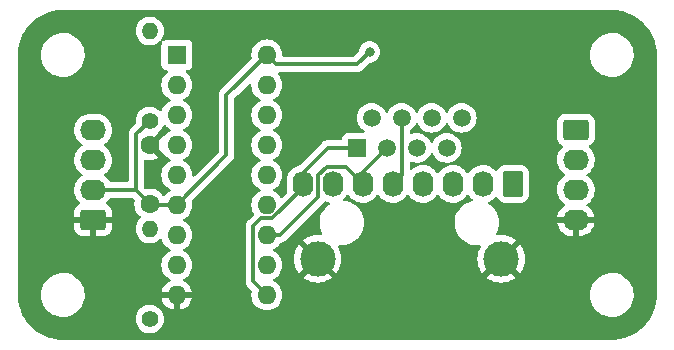
<source format=gbl>
G04 #@! TF.GenerationSoftware,KiCad,Pcbnew,7.0.1*
G04 #@! TF.CreationDate,2023-07-05T13:46:03-05:00*
G04 #@! TF.ProjectId,MCP23008 Keypad Breakout,4d435032-3330-4303-9820-4b6579706164,rev?*
G04 #@! TF.SameCoordinates,Original*
G04 #@! TF.FileFunction,Copper,L2,Bot*
G04 #@! TF.FilePolarity,Positive*
%FSLAX46Y46*%
G04 Gerber Fmt 4.6, Leading zero omitted, Abs format (unit mm)*
G04 Created by KiCad (PCBNEW 7.0.1) date 2023-07-05 13:46:03*
%MOMM*%
%LPD*%
G01*
G04 APERTURE LIST*
G04 Aperture macros list*
%AMRoundRect*
0 Rectangle with rounded corners*
0 $1 Rounding radius*
0 $2 $3 $4 $5 $6 $7 $8 $9 X,Y pos of 4 corners*
0 Add a 4 corners polygon primitive as box body*
4,1,4,$2,$3,$4,$5,$6,$7,$8,$9,$2,$3,0*
0 Add four circle primitives for the rounded corners*
1,1,$1+$1,$2,$3*
1,1,$1+$1,$4,$5*
1,1,$1+$1,$6,$7*
1,1,$1+$1,$8,$9*
0 Add four rect primitives between the rounded corners*
20,1,$1+$1,$2,$3,$4,$5,0*
20,1,$1+$1,$4,$5,$6,$7,0*
20,1,$1+$1,$6,$7,$8,$9,0*
20,1,$1+$1,$8,$9,$2,$3,0*%
G04 Aperture macros list end*
G04 #@! TA.AperFunction,ComponentPad*
%ADD10RoundRect,0.250000X-0.845000X0.620000X-0.845000X-0.620000X0.845000X-0.620000X0.845000X0.620000X0*%
G04 #@! TD*
G04 #@! TA.AperFunction,ComponentPad*
%ADD11O,2.190000X1.740000*%
G04 #@! TD*
G04 #@! TA.AperFunction,ComponentPad*
%ADD12RoundRect,0.250000X0.620000X0.845000X-0.620000X0.845000X-0.620000X-0.845000X0.620000X-0.845000X0*%
G04 #@! TD*
G04 #@! TA.AperFunction,ComponentPad*
%ADD13O,1.740000X2.190000*%
G04 #@! TD*
G04 #@! TA.AperFunction,ComponentPad*
%ADD14C,1.400000*%
G04 #@! TD*
G04 #@! TA.AperFunction,ComponentPad*
%ADD15O,1.400000X1.400000*%
G04 #@! TD*
G04 #@! TA.AperFunction,ComponentPad*
%ADD16RoundRect,0.250000X0.845000X-0.620000X0.845000X0.620000X-0.845000X0.620000X-0.845000X-0.620000X0*%
G04 #@! TD*
G04 #@! TA.AperFunction,ComponentPad*
%ADD17R,1.500000X1.500000*%
G04 #@! TD*
G04 #@! TA.AperFunction,ComponentPad*
%ADD18C,1.500000*%
G04 #@! TD*
G04 #@! TA.AperFunction,ComponentPad*
%ADD19C,3.000000*%
G04 #@! TD*
G04 #@! TA.AperFunction,ComponentPad*
%ADD20R,1.600000X1.600000*%
G04 #@! TD*
G04 #@! TA.AperFunction,ComponentPad*
%ADD21O,1.600000X1.600000*%
G04 #@! TD*
G04 #@! TA.AperFunction,ComponentPad*
%ADD22C,1.600000*%
G04 #@! TD*
G04 #@! TA.AperFunction,ViaPad*
%ADD23C,0.800000*%
G04 #@! TD*
G04 #@! TA.AperFunction,Conductor*
%ADD24C,0.300000*%
G04 #@! TD*
G04 APERTURE END LIST*
D10*
X170688000Y-115570000D03*
D11*
X170688000Y-118110000D03*
X170688000Y-120650000D03*
X170688000Y-123190000D03*
D12*
X165354000Y-120142000D03*
D13*
X162814000Y-120142000D03*
X160274000Y-120142000D03*
X157734000Y-120142000D03*
X155194000Y-120142000D03*
X152654000Y-120142000D03*
X150114000Y-120142000D03*
X147574000Y-120142000D03*
D14*
X134620000Y-131572000D03*
D15*
X134620000Y-123952000D03*
D16*
X129814000Y-123190000D03*
D11*
X129814000Y-120650000D03*
X129814000Y-118110000D03*
X129814000Y-115570000D03*
D17*
X152146000Y-117094000D03*
D18*
X153416000Y-114554000D03*
X154686000Y-117094000D03*
X155956000Y-114554000D03*
X157226000Y-117094000D03*
X158496000Y-114554000D03*
X159766000Y-117094000D03*
X161036000Y-114554000D03*
D19*
X148821000Y-126494000D03*
X164361000Y-126494000D03*
D14*
X134620000Y-114808000D03*
D15*
X134620000Y-107188000D03*
D20*
X136906000Y-109220000D03*
D21*
X136906000Y-111760000D03*
X136906000Y-114300000D03*
X136906000Y-116840000D03*
X136906000Y-119380000D03*
X136906000Y-121920000D03*
X136906000Y-124460000D03*
X136906000Y-127000000D03*
X136906000Y-129540000D03*
X144526000Y-129540000D03*
X144526000Y-127000000D03*
X144526000Y-124460000D03*
X144526000Y-121920000D03*
X144526000Y-119380000D03*
X144526000Y-116840000D03*
X144526000Y-114300000D03*
X144526000Y-111760000D03*
X144526000Y-109220000D03*
D22*
X134620000Y-121840000D03*
X134620000Y-116840000D03*
D23*
X153222000Y-108966000D03*
X132334000Y-117602000D03*
X160274000Y-108966000D03*
X150622000Y-108966000D03*
X155448000Y-108966000D03*
D24*
X141097000Y-112649000D02*
X144526000Y-109220000D01*
X145325999Y-110019999D02*
X144526000Y-109220000D01*
X141097000Y-117729000D02*
X141097000Y-112649000D01*
X136906000Y-121920000D02*
X141097000Y-117729000D01*
X152168001Y-110019999D02*
X153222000Y-108966000D01*
X145325999Y-110019999D02*
X152168001Y-110019999D01*
X155194000Y-120142000D02*
X155956000Y-119380000D01*
X155956000Y-119380000D02*
X155956000Y-114554000D01*
X145657370Y-124460000D02*
X148894000Y-121223370D01*
X149608659Y-118697000D02*
X151209000Y-118697000D01*
X148894000Y-119411659D02*
X149608659Y-118697000D01*
X152654000Y-120142000D02*
X152654000Y-119126000D01*
X144526000Y-124460000D02*
X145657370Y-124460000D01*
X152654000Y-119126000D02*
X154686000Y-117094000D01*
X148894000Y-121223370D02*
X148894000Y-119411659D01*
X151209000Y-118697000D02*
X152654000Y-120142000D01*
X143376000Y-128390000D02*
X143376000Y-123743654D01*
X144049654Y-123070000D02*
X145002346Y-123070000D01*
X147574000Y-120498346D02*
X147574000Y-120142000D01*
X144526000Y-129540000D02*
X143376000Y-128390000D01*
X145002346Y-123070000D02*
X147574000Y-120498346D01*
X143376000Y-123743654D02*
X144049654Y-123070000D01*
X147574000Y-119197000D02*
X149677000Y-117094000D01*
X149677000Y-117094000D02*
X152146000Y-117094000D01*
X147574000Y-120142000D02*
X147574000Y-119197000D01*
X136906000Y-121920000D02*
X134700000Y-121920000D01*
X133470000Y-120690000D02*
X134620000Y-121840000D01*
X134700000Y-121920000D02*
X134620000Y-121840000D01*
X133430000Y-120650000D02*
X134620000Y-121840000D01*
X134620000Y-114808000D02*
X133470000Y-115958000D01*
X133470000Y-115958000D02*
X133470000Y-120690000D01*
X129814000Y-120650000D02*
X133430000Y-120650000D01*
G04 #@! TA.AperFunction,Conductor*
G36*
X135897248Y-115153592D02*
G01*
X135952374Y-115185560D01*
X136010342Y-115243528D01*
X136066863Y-115300049D01*
X136202890Y-115395295D01*
X136253266Y-115430568D01*
X136311275Y-115457618D01*
X136363450Y-115503375D01*
X136382869Y-115570000D01*
X136363450Y-115636625D01*
X136311275Y-115682382D01*
X136253263Y-115709433D01*
X136066859Y-115839953D01*
X135905955Y-116000857D01*
X135860076Y-116066380D01*
X135810906Y-116107638D01*
X135747694Y-116118784D01*
X135699025Y-116114526D01*
X134973553Y-116840000D01*
X134973553Y-116840001D01*
X135699025Y-117565472D01*
X135747692Y-117561214D01*
X135810904Y-117572360D01*
X135860075Y-117613619D01*
X135905952Y-117679139D01*
X136066859Y-117840046D01*
X136252646Y-117970134D01*
X136253266Y-117970568D01*
X136306486Y-117995385D01*
X136311275Y-117997618D01*
X136363450Y-118043375D01*
X136382869Y-118110000D01*
X136363450Y-118176625D01*
X136311275Y-118222382D01*
X136253263Y-118249433D01*
X136066859Y-118379953D01*
X135905953Y-118540859D01*
X135775432Y-118727264D01*
X135679261Y-118933502D01*
X135620364Y-119153310D01*
X135600531Y-119379999D01*
X135620364Y-119606689D01*
X135679261Y-119826497D01*
X135775432Y-120032735D01*
X135905953Y-120219140D01*
X136066859Y-120380046D01*
X136202890Y-120475295D01*
X136253266Y-120510568D01*
X136311273Y-120537617D01*
X136363449Y-120583373D01*
X136382869Y-120649997D01*
X136363451Y-120716622D01*
X136311276Y-120762380D01*
X136253266Y-120789431D01*
X136066860Y-120919953D01*
X135905954Y-121080859D01*
X135892582Y-121099957D01*
X135848264Y-121138822D01*
X135791007Y-121152832D01*
X135733750Y-121138821D01*
X135689433Y-121099955D01*
X135620046Y-121000859D01*
X135459140Y-120839953D01*
X135272735Y-120709432D01*
X135066497Y-120613261D01*
X134846689Y-120554364D01*
X134620000Y-120534531D01*
X134393307Y-120554364D01*
X134352834Y-120565209D01*
X134288648Y-120565209D01*
X134233061Y-120533115D01*
X134156819Y-120456873D01*
X134129939Y-120416645D01*
X134120500Y-120369192D01*
X134120500Y-118213619D01*
X134133288Y-118158775D01*
X134169014Y-118115243D01*
X134220309Y-118092002D01*
X134276594Y-118093844D01*
X134393397Y-118125141D01*
X134620000Y-118144966D01*
X134846602Y-118125141D01*
X135066326Y-118066266D01*
X135272480Y-117970134D01*
X135345472Y-117919025D01*
X134354128Y-116927681D01*
X134322034Y-116872094D01*
X134322034Y-116807906D01*
X134354128Y-116752319D01*
X134620000Y-116486447D01*
X135309497Y-115796947D01*
X135331898Y-115779203D01*
X135346562Y-115770124D01*
X135510981Y-115620236D01*
X135645058Y-115442689D01*
X135744229Y-115243528D01*
X135745427Y-115239314D01*
X135778028Y-115184559D01*
X135833521Y-115153225D01*
X135897248Y-115153592D01*
G37*
G04 #@! TD.AperFunction*
G04 #@! TA.AperFunction,Conductor*
G36*
X173739032Y-105410649D02*
G01*
X173741828Y-105410786D01*
X173888663Y-105417999D01*
X174111097Y-105429658D01*
X174122757Y-105430825D01*
X174298923Y-105456957D01*
X174299840Y-105457098D01*
X174493424Y-105487758D01*
X174504111Y-105489938D01*
X174681944Y-105534483D01*
X174683696Y-105534938D01*
X174867842Y-105584279D01*
X174877513Y-105587301D01*
X175052097Y-105649768D01*
X175054743Y-105650748D01*
X175230560Y-105718238D01*
X175239091Y-105721886D01*
X175407811Y-105801685D01*
X175410954Y-105803228D01*
X175577803Y-105888242D01*
X175585239Y-105892359D01*
X175745823Y-105988610D01*
X175749530Y-105990923D01*
X175906016Y-106092546D01*
X175912337Y-106096937D01*
X176062991Y-106208669D01*
X176067161Y-106211901D01*
X176211861Y-106329077D01*
X176217098Y-106333565D01*
X176356185Y-106459626D01*
X176360593Y-106463823D01*
X176492175Y-106595405D01*
X176496372Y-106599813D01*
X176622433Y-106738900D01*
X176626921Y-106744137D01*
X176744097Y-106888837D01*
X176747329Y-106893007D01*
X176859061Y-107043661D01*
X176863458Y-107049991D01*
X176965057Y-107206439D01*
X176967406Y-107210204D01*
X177063634Y-107370751D01*
X177067761Y-107378205D01*
X177152750Y-107545005D01*
X177154341Y-107548245D01*
X177179744Y-107601954D01*
X177234097Y-107716873D01*
X177237766Y-107725453D01*
X177305243Y-107901238D01*
X177306230Y-107903901D01*
X177368697Y-108078485D01*
X177371721Y-108088165D01*
X177421033Y-108272198D01*
X177421542Y-108274162D01*
X177466055Y-108451866D01*
X177468244Y-108462598D01*
X177498874Y-108655991D01*
X177499059Y-108657194D01*
X177525170Y-108833220D01*
X177526342Y-108844925D01*
X177537992Y-109067222D01*
X177537889Y-109067227D01*
X177538014Y-109067627D01*
X177545351Y-109216967D01*
X177545500Y-109223052D01*
X177545500Y-129536948D01*
X177545351Y-129543033D01*
X177538017Y-129692303D01*
X177537996Y-129692708D01*
X177526342Y-129915073D01*
X177525170Y-129926778D01*
X177499059Y-130102804D01*
X177498874Y-130104007D01*
X177468244Y-130297400D01*
X177466055Y-130308132D01*
X177421542Y-130485836D01*
X177421033Y-130487800D01*
X177371721Y-130671833D01*
X177368697Y-130681513D01*
X177306230Y-130856097D01*
X177305243Y-130858760D01*
X177237766Y-131034545D01*
X177234097Y-131043125D01*
X177154360Y-131211715D01*
X177152750Y-131214993D01*
X177067761Y-131381793D01*
X177063634Y-131389247D01*
X176967406Y-131549794D01*
X176965043Y-131553581D01*
X176863458Y-131710007D01*
X176859061Y-131716337D01*
X176747329Y-131866991D01*
X176744097Y-131871161D01*
X176626921Y-132015861D01*
X176622433Y-132021098D01*
X176496372Y-132160185D01*
X176492175Y-132164593D01*
X176360593Y-132296175D01*
X176356185Y-132300372D01*
X176217098Y-132426433D01*
X176211861Y-132430921D01*
X176067161Y-132548097D01*
X176062991Y-132551329D01*
X175912337Y-132663061D01*
X175906007Y-132667458D01*
X175749581Y-132769043D01*
X175745794Y-132771406D01*
X175585247Y-132867634D01*
X175577793Y-132871761D01*
X175410993Y-132956750D01*
X175407715Y-132958360D01*
X175239125Y-133038097D01*
X175230545Y-133041766D01*
X175054760Y-133109243D01*
X175052097Y-133110230D01*
X174877513Y-133172697D01*
X174867833Y-133175721D01*
X174683800Y-133225033D01*
X174681836Y-133225542D01*
X174504132Y-133270055D01*
X174493400Y-133272244D01*
X174300007Y-133302874D01*
X174298804Y-133303059D01*
X174122778Y-133329170D01*
X174111073Y-133330342D01*
X173888708Y-133341996D01*
X173888303Y-133342017D01*
X173739033Y-133349351D01*
X173732948Y-133349500D01*
X127257052Y-133349500D01*
X127250967Y-133349351D01*
X127101695Y-133342017D01*
X127101290Y-133341996D01*
X126878925Y-133330342D01*
X126867220Y-133329170D01*
X126691194Y-133303059D01*
X126689991Y-133302874D01*
X126496598Y-133272244D01*
X126485866Y-133270055D01*
X126308162Y-133225542D01*
X126306198Y-133225033D01*
X126122165Y-133175721D01*
X126112485Y-133172697D01*
X125937901Y-133110230D01*
X125935238Y-133109243D01*
X125759453Y-133041766D01*
X125750883Y-133038101D01*
X125582245Y-132958341D01*
X125579005Y-132956750D01*
X125412205Y-132871761D01*
X125404751Y-132867634D01*
X125244204Y-132771406D01*
X125240439Y-132769057D01*
X125083991Y-132667458D01*
X125077661Y-132663061D01*
X124927007Y-132551329D01*
X124922837Y-132548097D01*
X124778137Y-132430921D01*
X124772900Y-132426433D01*
X124633813Y-132300372D01*
X124629405Y-132296175D01*
X124497823Y-132164593D01*
X124493626Y-132160185D01*
X124367565Y-132021098D01*
X124363077Y-132015861D01*
X124245901Y-131871161D01*
X124242669Y-131866991D01*
X124130937Y-131716337D01*
X124126540Y-131710007D01*
X124036918Y-131572000D01*
X133414357Y-131572000D01*
X133434885Y-131793537D01*
X133495769Y-132007526D01*
X133594941Y-132206688D01*
X133729019Y-132384237D01*
X133893437Y-132534124D01*
X134082595Y-132651245D01*
X134082597Y-132651245D01*
X134082599Y-132651247D01*
X134290060Y-132731618D01*
X134508757Y-132772500D01*
X134731241Y-132772500D01*
X134731243Y-132772500D01*
X134949940Y-132731618D01*
X135157401Y-132651247D01*
X135346562Y-132534124D01*
X135510981Y-132384236D01*
X135645058Y-132206689D01*
X135744229Y-132007528D01*
X135805115Y-131793536D01*
X135825643Y-131572000D01*
X135805115Y-131350464D01*
X135767999Y-131220014D01*
X135744230Y-131136473D01*
X135645058Y-130937311D01*
X135510980Y-130759762D01*
X135346562Y-130609875D01*
X135157404Y-130492754D01*
X135090904Y-130466992D01*
X134949940Y-130412382D01*
X134731243Y-130371500D01*
X134508757Y-130371500D01*
X134290060Y-130412381D01*
X134290060Y-130412382D01*
X134082595Y-130492754D01*
X133893437Y-130609875D01*
X133729019Y-130759762D01*
X133594941Y-130937311D01*
X133495769Y-131136473D01*
X133434885Y-131350462D01*
X133414357Y-131572000D01*
X124036918Y-131572000D01*
X124024923Y-131553530D01*
X124022610Y-131549823D01*
X123926359Y-131389239D01*
X123922237Y-131381793D01*
X123906577Y-131351058D01*
X123837228Y-131214954D01*
X123835685Y-131211811D01*
X123755886Y-131043091D01*
X123752238Y-131034560D01*
X123684748Y-130858743D01*
X123683768Y-130856097D01*
X123621301Y-130681513D01*
X123618277Y-130671833D01*
X123617822Y-130670134D01*
X123568938Y-130487696D01*
X123568483Y-130485944D01*
X123523938Y-130308111D01*
X123521758Y-130297424D01*
X123491098Y-130103840D01*
X123490957Y-130102923D01*
X123464825Y-129926757D01*
X123463658Y-129915097D01*
X123451999Y-129692663D01*
X123447829Y-129607764D01*
X125399787Y-129607764D01*
X125429413Y-129877016D01*
X125463998Y-130009304D01*
X125497928Y-130139088D01*
X125565214Y-130297424D01*
X125603871Y-130388392D01*
X125744982Y-130619611D01*
X125918253Y-130827818D01*
X125918255Y-130827820D01*
X126119998Y-131008582D01*
X126345910Y-131158044D01*
X126452211Y-131207876D01*
X126591177Y-131273021D01*
X126848581Y-131350462D01*
X126850569Y-131351060D01*
X127118561Y-131390500D01*
X127321631Y-131390500D01*
X127321634Y-131390500D01*
X127524156Y-131375677D01*
X127524156Y-131375676D01*
X127788553Y-131316780D01*
X128041558Y-131220014D01*
X128277777Y-131087441D01*
X128492177Y-130921888D01*
X128680186Y-130726881D01*
X128837799Y-130506579D01*
X128961656Y-130265675D01*
X129049118Y-130009305D01*
X129089625Y-129790000D01*
X135627128Y-129790000D01*
X135679733Y-129986326D01*
X135775865Y-130192480D01*
X135906341Y-130378819D01*
X136067180Y-130539658D01*
X136253519Y-130670134D01*
X136459673Y-130766266D01*
X136655999Y-130818871D01*
X136656000Y-130818872D01*
X136656000Y-129790000D01*
X137156000Y-129790000D01*
X137156000Y-130818871D01*
X137352326Y-130766266D01*
X137558480Y-130670134D01*
X137744819Y-130539658D01*
X137905658Y-130378819D01*
X138036134Y-130192480D01*
X138132266Y-129986326D01*
X138184872Y-129790000D01*
X137156000Y-129790000D01*
X136656000Y-129790000D01*
X135627128Y-129790000D01*
X129089625Y-129790000D01*
X129098319Y-129742933D01*
X129108212Y-129472235D01*
X129078586Y-129202982D01*
X129010072Y-128940912D01*
X128904130Y-128691610D01*
X128763018Y-128460390D01*
X128763017Y-128460388D01*
X128589746Y-128252181D01*
X128484758Y-128158112D01*
X128388002Y-128071418D01*
X128162090Y-127921956D01*
X128162086Y-127921954D01*
X127916822Y-127806978D01*
X127657437Y-127728941D01*
X127657431Y-127728940D01*
X127389439Y-127689500D01*
X127186369Y-127689500D01*
X127186366Y-127689500D01*
X126983843Y-127704322D01*
X126719449Y-127763219D01*
X126466441Y-127859986D01*
X126230223Y-127992559D01*
X126015825Y-128158109D01*
X125827813Y-128353120D01*
X125670201Y-128573420D01*
X125546342Y-128814329D01*
X125458881Y-129070695D01*
X125409680Y-129337066D01*
X125399787Y-129607764D01*
X123447829Y-129607764D01*
X123444649Y-129543032D01*
X123444500Y-129536949D01*
X123444500Y-123440000D01*
X128219001Y-123440000D01*
X128219001Y-123859979D01*
X128229493Y-123962695D01*
X128284642Y-124129122D01*
X128376683Y-124278345D01*
X128500654Y-124402316D01*
X128649877Y-124494357D01*
X128816303Y-124549506D01*
X128919021Y-124560000D01*
X129564000Y-124560000D01*
X129564000Y-123440000D01*
X130064000Y-123440000D01*
X130064000Y-124559999D01*
X130708979Y-124559999D01*
X130811695Y-124549506D01*
X130978122Y-124494357D01*
X131127345Y-124402316D01*
X131251316Y-124278345D01*
X131343357Y-124129122D01*
X131398506Y-123962696D01*
X131409000Y-123859979D01*
X131409000Y-123440000D01*
X130064000Y-123440000D01*
X129564000Y-123440000D01*
X128219001Y-123440000D01*
X123444500Y-123440000D01*
X123444500Y-120591627D01*
X128214784Y-120591627D01*
X128224685Y-120824704D01*
X128273836Y-121052767D01*
X128360819Y-121269231D01*
X128360821Y-121269235D01*
X128483138Y-121467891D01*
X128611242Y-121613446D01*
X128637270Y-121643019D01*
X128677230Y-121675285D01*
X128715557Y-121728546D01*
X128721337Y-121793908D01*
X128692953Y-121853069D01*
X128660256Y-121874861D01*
X128662213Y-121878034D01*
X128500654Y-121977683D01*
X128376683Y-122101654D01*
X128284642Y-122250877D01*
X128229493Y-122417303D01*
X128219000Y-122520021D01*
X128219000Y-122940000D01*
X131408999Y-122940000D01*
X131408999Y-122520021D01*
X131398506Y-122417304D01*
X131343357Y-122250877D01*
X131251316Y-122101654D01*
X131127345Y-121977683D01*
X130965787Y-121878034D01*
X130967573Y-121875137D01*
X130936622Y-121854975D01*
X130907546Y-121799004D01*
X130909765Y-121735971D01*
X130942702Y-121682185D01*
X131071516Y-121558728D01*
X131210240Y-121371161D01*
X131211493Y-121368674D01*
X131214497Y-121365404D01*
X131216515Y-121362676D01*
X131216805Y-121362890D01*
X131257202Y-121318910D01*
X131322216Y-121300500D01*
X133109192Y-121300500D01*
X133156645Y-121309939D01*
X133196873Y-121336819D01*
X133313115Y-121453061D01*
X133345209Y-121508648D01*
X133345209Y-121572834D01*
X133334364Y-121613307D01*
X133314531Y-121840000D01*
X133334364Y-122066689D01*
X133393261Y-122286497D01*
X133489432Y-122492735D01*
X133619953Y-122679140D01*
X133780860Y-122840047D01*
X133810594Y-122860867D01*
X133847567Y-122901686D01*
X133863216Y-122954490D01*
X133854454Y-123008863D01*
X133823010Y-123054079D01*
X133729017Y-123139765D01*
X133594941Y-123317311D01*
X133495769Y-123516473D01*
X133434885Y-123730462D01*
X133414357Y-123952000D01*
X133434885Y-124173537D01*
X133495769Y-124387526D01*
X133594941Y-124586688D01*
X133729019Y-124764237D01*
X133893437Y-124914124D01*
X134082595Y-125031245D01*
X134082597Y-125031245D01*
X134082599Y-125031247D01*
X134290060Y-125111618D01*
X134508757Y-125152500D01*
X134731241Y-125152500D01*
X134731243Y-125152500D01*
X134949940Y-125111618D01*
X135157401Y-125031247D01*
X135346562Y-124914124D01*
X135465014Y-124806140D01*
X135520624Y-124776964D01*
X135583400Y-124778776D01*
X135637237Y-124811114D01*
X135668324Y-124865683D01*
X135679259Y-124906493D01*
X135775432Y-125112735D01*
X135905953Y-125299140D01*
X136066859Y-125460046D01*
X136253263Y-125590566D01*
X136253266Y-125590568D01*
X136311275Y-125617618D01*
X136363450Y-125663375D01*
X136382869Y-125730000D01*
X136363450Y-125796625D01*
X136311275Y-125842382D01*
X136253263Y-125869433D01*
X136066859Y-125999953D01*
X135905953Y-126160859D01*
X135775432Y-126347264D01*
X135679261Y-126553502D01*
X135620364Y-126773310D01*
X135600531Y-126999999D01*
X135620364Y-127226689D01*
X135679261Y-127446497D01*
X135775432Y-127652735D01*
X135905953Y-127839140D01*
X136066859Y-128000046D01*
X136253264Y-128130567D01*
X136253265Y-128130567D01*
X136253266Y-128130568D01*
X136311865Y-128157893D01*
X136364040Y-128203650D01*
X136383460Y-128270274D01*
X136364041Y-128336899D01*
X136311866Y-128382656D01*
X136253522Y-128409863D01*
X136067180Y-128540341D01*
X135906341Y-128701180D01*
X135775865Y-128887519D01*
X135679733Y-129093673D01*
X135627128Y-129289999D01*
X135627128Y-129290000D01*
X138184872Y-129290000D01*
X138184871Y-129289999D01*
X138132266Y-129093673D01*
X138036134Y-128887519D01*
X137905658Y-128701180D01*
X137744819Y-128540341D01*
X137558482Y-128409866D01*
X137500133Y-128382657D01*
X137447958Y-128336899D01*
X137428539Y-128270274D01*
X137447959Y-128203649D01*
X137500134Y-128157893D01*
X137558734Y-128130568D01*
X137745139Y-128000047D01*
X137906047Y-127839139D01*
X138036568Y-127652734D01*
X138132739Y-127446496D01*
X138191635Y-127226692D01*
X138211468Y-127000000D01*
X138191635Y-126773308D01*
X138132739Y-126553504D01*
X138036568Y-126347266D01*
X137939503Y-126208642D01*
X137906046Y-126160859D01*
X137745140Y-125999953D01*
X137558733Y-125869431D01*
X137500725Y-125842382D01*
X137448549Y-125796625D01*
X137429129Y-125730000D01*
X137448549Y-125663375D01*
X137500725Y-125617618D01*
X137558734Y-125590568D01*
X137745139Y-125460047D01*
X137906047Y-125299139D01*
X138036568Y-125112734D01*
X138132739Y-124906496D01*
X138191635Y-124686692D01*
X138211468Y-124460000D01*
X138191635Y-124233308D01*
X138132739Y-124013504D01*
X138036568Y-123807266D01*
X138021377Y-123785571D01*
X137906046Y-123620859D01*
X137745140Y-123459953D01*
X137558732Y-123329430D01*
X137500724Y-123302380D01*
X137448549Y-123256623D01*
X137429130Y-123189997D01*
X137448550Y-123123373D01*
X137500721Y-123077619D01*
X137558734Y-123050568D01*
X137745139Y-122920047D01*
X137906047Y-122759139D01*
X138036568Y-122572734D01*
X138132739Y-122366496D01*
X138191635Y-122146692D01*
X138211468Y-121920000D01*
X138191635Y-121693308D01*
X138180790Y-121652834D01*
X138180790Y-121588648D01*
X138212882Y-121533062D01*
X141496513Y-118249431D01*
X141513162Y-118236094D01*
X141514936Y-118234204D01*
X141514940Y-118234202D01*
X141562898Y-118183130D01*
X141565546Y-118180398D01*
X141585911Y-118160035D01*
X141588611Y-118156552D01*
X141596187Y-118147681D01*
X141627448Y-118114393D01*
X141637675Y-118095787D01*
X141648348Y-118079539D01*
X141661362Y-118062764D01*
X141679491Y-118020868D01*
X141684631Y-118010377D01*
X141706627Y-117970368D01*
X141711906Y-117949805D01*
X141718204Y-117931406D01*
X141726635Y-117911926D01*
X141733777Y-117866824D01*
X141736145Y-117855397D01*
X141747500Y-117811178D01*
X141747500Y-117789955D01*
X141749027Y-117770556D01*
X141749336Y-117768602D01*
X141752347Y-117749595D01*
X141748050Y-117704139D01*
X141747500Y-117692470D01*
X141747500Y-112969808D01*
X141756939Y-112922355D01*
X141783819Y-112882127D01*
X142077901Y-112588045D01*
X143009793Y-111656151D01*
X143061217Y-111625252D01*
X143121131Y-111622112D01*
X143175506Y-111647467D01*
X143211614Y-111695381D01*
X143221000Y-111754639D01*
X143220531Y-111759997D01*
X143240364Y-111986689D01*
X143299261Y-112206497D01*
X143395432Y-112412735D01*
X143525953Y-112599140D01*
X143686859Y-112760046D01*
X143861211Y-112882127D01*
X143873266Y-112890568D01*
X143931275Y-112917618D01*
X143983450Y-112963375D01*
X144002869Y-113030000D01*
X143983450Y-113096625D01*
X143931275Y-113142382D01*
X143873263Y-113169433D01*
X143686859Y-113299953D01*
X143525953Y-113460859D01*
X143395432Y-113647264D01*
X143299261Y-113853502D01*
X143240364Y-114073310D01*
X143220531Y-114299999D01*
X143240364Y-114526689D01*
X143299261Y-114746497D01*
X143395432Y-114952735D01*
X143525953Y-115139140D01*
X143686859Y-115300046D01*
X143822890Y-115395295D01*
X143873266Y-115430568D01*
X143931275Y-115457618D01*
X143983450Y-115503375D01*
X144002869Y-115570000D01*
X143983450Y-115636625D01*
X143931275Y-115682382D01*
X143873263Y-115709433D01*
X143686859Y-115839953D01*
X143525953Y-116000859D01*
X143395432Y-116187264D01*
X143299261Y-116393502D01*
X143240364Y-116613310D01*
X143220531Y-116839999D01*
X143240364Y-117066689D01*
X143299261Y-117286497D01*
X143395432Y-117492735D01*
X143525953Y-117679140D01*
X143686859Y-117840046D01*
X143872646Y-117970134D01*
X143873266Y-117970568D01*
X143926486Y-117995385D01*
X143931275Y-117997618D01*
X143983450Y-118043375D01*
X144002869Y-118110000D01*
X143983450Y-118176625D01*
X143931275Y-118222382D01*
X143873263Y-118249433D01*
X143686859Y-118379953D01*
X143525953Y-118540859D01*
X143395432Y-118727264D01*
X143299261Y-118933502D01*
X143240364Y-119153310D01*
X143220531Y-119379999D01*
X143240364Y-119606689D01*
X143299261Y-119826497D01*
X143395432Y-120032735D01*
X143525953Y-120219140D01*
X143686859Y-120380046D01*
X143822890Y-120475295D01*
X143873266Y-120510568D01*
X143931273Y-120537617D01*
X143983449Y-120583373D01*
X144002869Y-120649997D01*
X143983451Y-120716622D01*
X143931276Y-120762380D01*
X143873266Y-120789431D01*
X143686859Y-120919953D01*
X143525953Y-121080859D01*
X143395432Y-121267264D01*
X143299261Y-121473502D01*
X143240364Y-121693310D01*
X143220531Y-121919999D01*
X143240364Y-122146689D01*
X143253936Y-122197342D01*
X143299261Y-122366496D01*
X143395432Y-122572734D01*
X143429354Y-122621180D01*
X143431110Y-122623688D01*
X143452225Y-122676840D01*
X143447240Y-122733814D01*
X143417215Y-122782491D01*
X142976484Y-123223222D01*
X142959831Y-123236564D01*
X142910133Y-123289487D01*
X142907427Y-123292280D01*
X142887083Y-123312625D01*
X142884376Y-123316114D01*
X142876807Y-123324975D01*
X142845551Y-123358261D01*
X142835322Y-123376866D01*
X142824645Y-123393121D01*
X142811636Y-123409892D01*
X142793506Y-123451786D01*
X142788370Y-123462270D01*
X142766372Y-123502286D01*
X142761091Y-123522853D01*
X142754791Y-123541254D01*
X142746364Y-123560728D01*
X142739223Y-123605815D01*
X142736855Y-123617247D01*
X142728531Y-123649674D01*
X142725500Y-123661478D01*
X142725500Y-123682699D01*
X142723973Y-123702098D01*
X142720653Y-123723057D01*
X142724950Y-123768515D01*
X142725500Y-123780184D01*
X142725500Y-128304495D01*
X142723158Y-128325704D01*
X142725439Y-128398262D01*
X142725500Y-128402157D01*
X142725500Y-128430926D01*
X142726053Y-128435307D01*
X142726968Y-128446940D01*
X142728402Y-128492569D01*
X142734323Y-128512950D01*
X142738267Y-128531995D01*
X142740928Y-128553059D01*
X142757737Y-128595515D01*
X142761520Y-128606563D01*
X142774256Y-128650400D01*
X142785061Y-128668670D01*
X142793621Y-128686143D01*
X142801431Y-128705869D01*
X142828267Y-128742808D01*
X142834673Y-128752560D01*
X142857919Y-128791865D01*
X142857921Y-128791867D01*
X142872925Y-128806871D01*
X142885564Y-128821669D01*
X142898037Y-128838837D01*
X142933212Y-128867936D01*
X142941854Y-128875800D01*
X143219115Y-129153061D01*
X143251209Y-129208648D01*
X143251209Y-129272834D01*
X143240364Y-129313307D01*
X143220531Y-129540000D01*
X143240364Y-129766689D01*
X143299261Y-129986497D01*
X143395432Y-130192735D01*
X143525953Y-130379140D01*
X143686859Y-130540046D01*
X143873264Y-130670567D01*
X143873265Y-130670567D01*
X143873266Y-130670568D01*
X144079504Y-130766739D01*
X144299308Y-130825635D01*
X144526000Y-130845468D01*
X144752692Y-130825635D01*
X144972496Y-130766739D01*
X145178734Y-130670568D01*
X145365139Y-130540047D01*
X145526047Y-130379139D01*
X145656568Y-130192734D01*
X145752739Y-129986496D01*
X145811635Y-129766692D01*
X145825539Y-129607764D01*
X171881787Y-129607764D01*
X171911413Y-129877016D01*
X171945998Y-130009304D01*
X171979928Y-130139088D01*
X172047214Y-130297424D01*
X172085871Y-130388392D01*
X172226982Y-130619611D01*
X172400253Y-130827818D01*
X172400255Y-130827820D01*
X172601998Y-131008582D01*
X172827910Y-131158044D01*
X172934211Y-131207876D01*
X173073177Y-131273021D01*
X173330581Y-131350462D01*
X173332569Y-131351060D01*
X173600561Y-131390500D01*
X173803631Y-131390500D01*
X173803634Y-131390500D01*
X174006156Y-131375677D01*
X174006156Y-131375676D01*
X174270553Y-131316780D01*
X174523558Y-131220014D01*
X174759777Y-131087441D01*
X174974177Y-130921888D01*
X175162186Y-130726881D01*
X175319799Y-130506579D01*
X175443656Y-130265675D01*
X175531118Y-130009305D01*
X175580319Y-129742933D01*
X175590212Y-129472235D01*
X175560586Y-129202982D01*
X175492072Y-128940912D01*
X175386130Y-128691610D01*
X175245018Y-128460390D01*
X175245017Y-128460388D01*
X175071746Y-128252181D01*
X174966758Y-128158112D01*
X174870002Y-128071418D01*
X174644090Y-127921956D01*
X174644086Y-127921954D01*
X174398822Y-127806978D01*
X174139437Y-127728941D01*
X174139431Y-127728940D01*
X173871439Y-127689500D01*
X173668369Y-127689500D01*
X173668366Y-127689500D01*
X173465843Y-127704322D01*
X173201449Y-127763219D01*
X172948441Y-127859986D01*
X172712223Y-127992559D01*
X172497825Y-128158109D01*
X172309813Y-128353120D01*
X172152201Y-128573420D01*
X172028342Y-128814329D01*
X171940881Y-129070695D01*
X171891680Y-129337066D01*
X171881787Y-129607764D01*
X145825539Y-129607764D01*
X145831468Y-129540000D01*
X145811635Y-129313308D01*
X145752739Y-129093504D01*
X145656568Y-128887266D01*
X145648539Y-128875800D01*
X145526046Y-128700859D01*
X145365140Y-128539953D01*
X145178733Y-128409431D01*
X145120725Y-128382382D01*
X145068549Y-128336625D01*
X145049129Y-128270000D01*
X145068549Y-128203375D01*
X145120725Y-128157618D01*
X145178734Y-128130568D01*
X145259358Y-128074115D01*
X147594436Y-128074115D01*
X147736958Y-128180806D01*
X147988047Y-128317911D01*
X148256097Y-128417888D01*
X148535642Y-128478699D01*
X148821000Y-128499109D01*
X149106357Y-128478699D01*
X149385902Y-128417888D01*
X149653952Y-128317911D01*
X149905041Y-128180806D01*
X150047562Y-128074115D01*
X163134436Y-128074115D01*
X163276958Y-128180806D01*
X163528047Y-128317911D01*
X163796097Y-128417888D01*
X164075642Y-128478699D01*
X164361000Y-128499109D01*
X164646357Y-128478699D01*
X164925902Y-128417888D01*
X165193952Y-128317911D01*
X165445041Y-128180806D01*
X165587562Y-128074115D01*
X164361001Y-126847553D01*
X164361000Y-126847553D01*
X163134436Y-128074115D01*
X150047562Y-128074115D01*
X148821001Y-126847553D01*
X148821000Y-126847553D01*
X147594436Y-128074115D01*
X145259358Y-128074115D01*
X145365139Y-128000047D01*
X145526047Y-127839139D01*
X145656568Y-127652734D01*
X145752739Y-127446496D01*
X145811635Y-127226692D01*
X145831468Y-127000000D01*
X145811635Y-126773308D01*
X145752739Y-126553504D01*
X145724992Y-126494000D01*
X146815890Y-126494000D01*
X146836300Y-126779357D01*
X146897111Y-127058902D01*
X146997088Y-127326952D01*
X147134193Y-127578042D01*
X147240883Y-127720562D01*
X148467446Y-126494000D01*
X147240883Y-125267436D01*
X147240882Y-125267437D01*
X147134195Y-125409954D01*
X146997088Y-125661047D01*
X146897111Y-125929097D01*
X146836300Y-126208642D01*
X146815890Y-126494000D01*
X145724992Y-126494000D01*
X145656568Y-126347266D01*
X145559503Y-126208642D01*
X145526046Y-126160859D01*
X145365140Y-125999953D01*
X145178733Y-125869431D01*
X145120725Y-125842382D01*
X145068549Y-125796625D01*
X145049129Y-125730000D01*
X145068549Y-125663375D01*
X145120725Y-125617618D01*
X145178734Y-125590568D01*
X145365139Y-125460047D01*
X145526047Y-125299139D01*
X145622304Y-125161667D01*
X145664902Y-125123714D01*
X145719985Y-125108852D01*
X145759939Y-125107597D01*
X145780319Y-125101675D01*
X145799359Y-125097732D01*
X145820428Y-125095071D01*
X145862890Y-125078258D01*
X145873927Y-125074480D01*
X145917768Y-125061744D01*
X145936040Y-125050936D01*
X145953506Y-125042380D01*
X145973241Y-125034568D01*
X146010186Y-125007725D01*
X146019918Y-125001332D01*
X146059235Y-124978081D01*
X146074244Y-124963071D01*
X146089033Y-124950439D01*
X146106207Y-124937963D01*
X146135316Y-124902774D01*
X146143160Y-124894154D01*
X149293513Y-121743801D01*
X149310162Y-121730464D01*
X149311936Y-121728574D01*
X149311940Y-121728572D01*
X149359898Y-121677500D01*
X149362546Y-121674768D01*
X149382911Y-121654405D01*
X149385611Y-121650922D01*
X149393197Y-121642041D01*
X149395800Y-121639268D01*
X149439175Y-121609422D01*
X149491026Y-121600264D01*
X149541998Y-121613444D01*
X149601153Y-121643270D01*
X149757291Y-121691086D01*
X149813636Y-121727245D01*
X149842972Y-121787428D01*
X149836742Y-121854089D01*
X149796765Y-121907795D01*
X149621095Y-122043442D01*
X149430545Y-122241083D01*
X149270802Y-122464364D01*
X149145272Y-122708521D01*
X149056629Y-122968352D01*
X149006763Y-123238325D01*
X148996737Y-123512678D01*
X149026763Y-123785569D01*
X149032890Y-123809005D01*
X149096204Y-124051182D01*
X149203577Y-124303852D01*
X149213736Y-124320498D01*
X149231889Y-124385043D01*
X149213788Y-124449603D01*
X149164724Y-124495301D01*
X149099043Y-124508777D01*
X148821000Y-124488890D01*
X148535642Y-124509300D01*
X148256097Y-124570111D01*
X147988047Y-124670088D01*
X147736954Y-124807195D01*
X147594437Y-124913882D01*
X147594436Y-124913882D01*
X148821000Y-126140447D01*
X150401115Y-127720562D01*
X150507806Y-127578041D01*
X150644911Y-127326952D01*
X150744888Y-127058902D01*
X150805699Y-126779357D01*
X150826109Y-126494000D01*
X150805699Y-126208642D01*
X150744888Y-125929097D01*
X150644911Y-125661047D01*
X150553131Y-125492964D01*
X150538146Y-125426797D01*
X150560225Y-125362647D01*
X150612757Y-125319718D01*
X150680017Y-125310859D01*
X150713284Y-125315754D01*
X150738729Y-125319500D01*
X150738731Y-125319500D01*
X150944547Y-125319500D01*
X150944551Y-125319500D01*
X151149805Y-125304477D01*
X151149804Y-125304477D01*
X151417775Y-125244784D01*
X151674198Y-125146711D01*
X151913609Y-125012347D01*
X152130904Y-124844557D01*
X152321454Y-124646916D01*
X152481196Y-124423637D01*
X152606727Y-124179479D01*
X152665366Y-124007594D01*
X152695370Y-123919647D01*
X152745236Y-123649674D01*
X152755262Y-123375321D01*
X152749722Y-123324975D01*
X152725236Y-123102429D01*
X152655796Y-122836818D01*
X152548423Y-122584148D01*
X152405405Y-122349804D01*
X152229791Y-122138782D01*
X152025323Y-121955577D01*
X151796359Y-121804096D01*
X151547779Y-121687567D01*
X151284881Y-121608473D01*
X151284880Y-121608472D01*
X151284874Y-121608471D01*
X151115202Y-121583500D01*
X151052001Y-121554489D01*
X151014357Y-121496017D01*
X151014108Y-121426476D01*
X151051332Y-121367740D01*
X151107018Y-121318731D01*
X151253578Y-121137220D01*
X151267121Y-121112975D01*
X151276103Y-121096899D01*
X151319342Y-121051783D01*
X151379094Y-121033484D01*
X151440182Y-121046649D01*
X151487092Y-121087935D01*
X151495217Y-121099957D01*
X151583847Y-121231088D01*
X151745272Y-121399516D01*
X151932839Y-121538240D01*
X152141153Y-121643270D01*
X152364220Y-121711583D01*
X152595624Y-121741216D01*
X152828707Y-121731314D01*
X153056765Y-121682164D01*
X153273235Y-121595179D01*
X153471891Y-121472862D01*
X153647018Y-121318731D01*
X153793578Y-121137220D01*
X153807121Y-121112975D01*
X153816103Y-121096899D01*
X153859342Y-121051783D01*
X153919094Y-121033484D01*
X153980182Y-121046649D01*
X154027092Y-121087935D01*
X154035217Y-121099957D01*
X154123847Y-121231088D01*
X154285272Y-121399516D01*
X154472839Y-121538240D01*
X154681153Y-121643270D01*
X154904220Y-121711583D01*
X155135624Y-121741216D01*
X155368707Y-121731314D01*
X155596765Y-121682164D01*
X155813235Y-121595179D01*
X156011891Y-121472862D01*
X156187018Y-121318731D01*
X156333578Y-121137220D01*
X156347121Y-121112975D01*
X156356103Y-121096899D01*
X156399342Y-121051783D01*
X156459094Y-121033484D01*
X156520182Y-121046649D01*
X156567092Y-121087935D01*
X156575217Y-121099957D01*
X156663847Y-121231088D01*
X156825272Y-121399516D01*
X157012839Y-121538240D01*
X157221153Y-121643270D01*
X157444220Y-121711583D01*
X157675624Y-121741216D01*
X157908707Y-121731314D01*
X158136765Y-121682164D01*
X158353235Y-121595179D01*
X158551891Y-121472862D01*
X158727018Y-121318731D01*
X158873578Y-121137220D01*
X158887121Y-121112975D01*
X158896103Y-121096899D01*
X158939342Y-121051783D01*
X158999094Y-121033484D01*
X159060182Y-121046649D01*
X159107092Y-121087935D01*
X159115217Y-121099957D01*
X159203847Y-121231088D01*
X159365272Y-121399516D01*
X159552839Y-121538240D01*
X159761153Y-121643270D01*
X159984220Y-121711583D01*
X160215624Y-121741216D01*
X160448707Y-121731314D01*
X160676765Y-121682164D01*
X160893235Y-121595179D01*
X161091891Y-121472862D01*
X161267018Y-121318731D01*
X161413578Y-121137220D01*
X161427121Y-121112975D01*
X161436103Y-121096899D01*
X161479342Y-121051783D01*
X161539094Y-121033484D01*
X161600182Y-121046649D01*
X161647092Y-121087935D01*
X161743846Y-121231087D01*
X161905273Y-121399518D01*
X161907322Y-121401033D01*
X161912073Y-121406612D01*
X161912575Y-121407136D01*
X161912544Y-121407165D01*
X161943752Y-121443813D01*
X161957560Y-121498280D01*
X161945911Y-121553249D01*
X161911197Y-121597433D01*
X161860546Y-121621759D01*
X161764225Y-121643215D01*
X161507803Y-121741288D01*
X161268391Y-121875653D01*
X161051094Y-122043443D01*
X160860545Y-122241083D01*
X160700802Y-122464364D01*
X160575272Y-122708521D01*
X160486629Y-122968352D01*
X160436763Y-123238325D01*
X160426737Y-123512678D01*
X160456763Y-123785569D01*
X160526204Y-124051181D01*
X160633577Y-124303852D01*
X160750416Y-124495301D01*
X160776595Y-124538196D01*
X160952209Y-124749218D01*
X161156677Y-124932423D01*
X161385641Y-125083904D01*
X161634221Y-125200433D01*
X161897119Y-125279527D01*
X162168731Y-125319500D01*
X162374547Y-125319500D01*
X162374549Y-125319500D01*
X162421410Y-125316070D01*
X162511187Y-125309499D01*
X162575604Y-125322215D01*
X162624498Y-125366042D01*
X162644157Y-125428690D01*
X162629070Y-125492595D01*
X162537088Y-125661046D01*
X162437111Y-125929097D01*
X162376300Y-126208642D01*
X162355890Y-126494000D01*
X162376300Y-126779357D01*
X162437111Y-127058902D01*
X162537088Y-127326952D01*
X162674193Y-127578042D01*
X162780883Y-127720562D01*
X164007447Y-126494000D01*
X164714553Y-126494000D01*
X165941115Y-127720562D01*
X166047806Y-127578041D01*
X166184911Y-127326952D01*
X166284888Y-127058902D01*
X166345699Y-126779357D01*
X166366109Y-126494000D01*
X166345699Y-126208642D01*
X166284888Y-125929097D01*
X166184911Y-125661047D01*
X166047806Y-125409958D01*
X165941115Y-125267436D01*
X164714553Y-126494000D01*
X164007447Y-126494000D01*
X164361000Y-126140447D01*
X165587562Y-124913883D01*
X165445042Y-124807193D01*
X165193952Y-124670088D01*
X164925902Y-124570111D01*
X164646357Y-124509300D01*
X164360999Y-124488890D01*
X164079148Y-124509049D01*
X164015489Y-124496592D01*
X163966829Y-124453698D01*
X163946485Y-124392105D01*
X163960024Y-124328667D01*
X164035093Y-124182657D01*
X164036727Y-124179479D01*
X164095366Y-124007594D01*
X164125370Y-123919647D01*
X164175236Y-123649674D01*
X164182898Y-123440000D01*
X169115425Y-123440000D01*
X169148317Y-123592621D01*
X169235267Y-123809005D01*
X169357543Y-124007594D01*
X169511618Y-124182657D01*
X169693057Y-124329160D01*
X169896655Y-124442896D01*
X170116544Y-124520588D01*
X170346394Y-124560000D01*
X170438000Y-124560000D01*
X170438000Y-123440000D01*
X170938000Y-123440000D01*
X170938000Y-124560000D01*
X170971198Y-124560000D01*
X171145364Y-124545176D01*
X171371054Y-124486410D01*
X171583557Y-124390353D01*
X171776772Y-124259763D01*
X171945139Y-124098396D01*
X172083812Y-123910898D01*
X172188803Y-123702660D01*
X172257092Y-123479673D01*
X172262173Y-123440000D01*
X170938000Y-123440000D01*
X170438000Y-123440000D01*
X169115425Y-123440000D01*
X164182898Y-123440000D01*
X164185262Y-123375321D01*
X164179722Y-123324975D01*
X164155236Y-123102429D01*
X164085796Y-122836818D01*
X163978423Y-122584148D01*
X163835405Y-122349804D01*
X163659791Y-122138782D01*
X163455323Y-121955577D01*
X163305133Y-121856212D01*
X163261499Y-121805900D01*
X163250187Y-121740269D01*
X163274462Y-121678252D01*
X163327317Y-121637740D01*
X163433235Y-121595179D01*
X163631891Y-121472862D01*
X163807018Y-121318731D01*
X163838911Y-121279231D01*
X163892178Y-121240902D01*
X163957547Y-121235126D01*
X164016710Y-121263521D01*
X164038344Y-121295993D01*
X164041578Y-121293999D01*
X164049185Y-121306333D01*
X164049186Y-121306334D01*
X164056943Y-121318910D01*
X164141288Y-121455657D01*
X164265342Y-121579711D01*
X164290420Y-121595179D01*
X164414666Y-121671814D01*
X164479537Y-121693310D01*
X164581202Y-121726999D01*
X164591703Y-121728071D01*
X164683991Y-121737500D01*
X166024008Y-121737499D01*
X166126797Y-121726999D01*
X166293334Y-121671814D01*
X166442656Y-121579712D01*
X166566712Y-121455656D01*
X166658814Y-121306334D01*
X166713999Y-121139797D01*
X166724500Y-121037009D01*
X166724500Y-120591627D01*
X169088784Y-120591627D01*
X169098685Y-120824704D01*
X169147836Y-121052767D01*
X169234819Y-121269231D01*
X169234821Y-121269235D01*
X169357138Y-121467891D01*
X169485242Y-121613446D01*
X169511270Y-121643019D01*
X169692776Y-121789576D01*
X169733590Y-121812376D01*
X169778706Y-121855616D01*
X169797004Y-121915367D01*
X169783839Y-121976455D01*
X169742553Y-122023365D01*
X169599227Y-122120236D01*
X169430860Y-122281603D01*
X169292187Y-122469101D01*
X169187196Y-122677339D01*
X169118907Y-122900326D01*
X169113827Y-122940000D01*
X172260575Y-122940000D01*
X172227682Y-122787378D01*
X172140732Y-122570994D01*
X172018456Y-122372405D01*
X171864381Y-122197342D01*
X171682940Y-122050837D01*
X171642433Y-122028209D01*
X171597318Y-121984970D01*
X171579020Y-121925218D01*
X171592185Y-121864131D01*
X171633469Y-121817222D01*
X171777088Y-121720153D01*
X171945516Y-121558728D01*
X172084240Y-121371161D01*
X172189270Y-121162847D01*
X172257583Y-120939780D01*
X172287216Y-120708376D01*
X172277314Y-120475293D01*
X172228164Y-120247235D01*
X172216874Y-120219140D01*
X172183929Y-120137152D01*
X172141179Y-120030765D01*
X172018862Y-119832109D01*
X171864731Y-119656982D01*
X171864729Y-119656980D01*
X171683221Y-119510421D01*
X171642897Y-119487895D01*
X171597782Y-119444655D01*
X171579484Y-119384904D01*
X171592649Y-119323816D01*
X171633933Y-119276909D01*
X171777088Y-119180153D01*
X171945516Y-119018728D01*
X172084240Y-118831161D01*
X172189270Y-118622847D01*
X172257583Y-118399780D01*
X172287216Y-118168376D01*
X172277314Y-117935293D01*
X172228164Y-117707235D01*
X172224582Y-117698322D01*
X172152220Y-117518241D01*
X172141179Y-117490765D01*
X172018862Y-117292109D01*
X171864731Y-117116982D01*
X171825230Y-117085087D01*
X171786897Y-117031807D01*
X171781131Y-116966423D01*
X171809549Y-116907256D01*
X171841994Y-116885657D01*
X171839999Y-116882422D01*
X171852334Y-116874814D01*
X172001656Y-116782712D01*
X172125712Y-116658656D01*
X172217814Y-116509334D01*
X172272999Y-116342797D01*
X172283500Y-116240009D01*
X172283499Y-114899992D01*
X172272999Y-114797203D01*
X172217814Y-114630666D01*
X172125712Y-114481344D01*
X172125711Y-114481342D01*
X172001657Y-114357288D01*
X171852334Y-114265186D01*
X171685797Y-114210000D01*
X171583009Y-114199500D01*
X169792991Y-114199500D01*
X169690203Y-114210000D01*
X169523665Y-114265186D01*
X169374342Y-114357288D01*
X169250288Y-114481342D01*
X169158186Y-114630665D01*
X169103000Y-114797202D01*
X169092500Y-114899990D01*
X169092500Y-116240008D01*
X169103000Y-116342796D01*
X169158186Y-116509334D01*
X169250288Y-116658657D01*
X169374342Y-116782711D01*
X169536001Y-116882422D01*
X169534186Y-116885364D01*
X169564952Y-116905396D01*
X169594041Y-116961369D01*
X169591829Y-117024410D01*
X169558888Y-117078206D01*
X169430483Y-117201271D01*
X169291760Y-117388838D01*
X169186730Y-117597152D01*
X169122618Y-117806500D01*
X169118417Y-117820220D01*
X169089441Y-118046500D01*
X169088784Y-118051627D01*
X169098685Y-118284704D01*
X169147836Y-118512767D01*
X169234819Y-118729231D01*
X169234821Y-118729235D01*
X169357138Y-118927891D01*
X169501274Y-119091662D01*
X169511270Y-119103019D01*
X169692776Y-119249576D01*
X169733101Y-119272103D01*
X169778217Y-119315343D01*
X169796515Y-119375094D01*
X169783350Y-119436182D01*
X169742064Y-119483092D01*
X169598912Y-119579846D01*
X169430483Y-119741272D01*
X169291760Y-119928838D01*
X169186730Y-120137152D01*
X169186730Y-120137153D01*
X169118417Y-120360220D01*
X169089841Y-120583375D01*
X169088784Y-120591627D01*
X166724500Y-120591627D01*
X166724499Y-119246992D01*
X166713999Y-119144203D01*
X166658814Y-118977666D01*
X166566712Y-118828344D01*
X166566711Y-118828342D01*
X166442657Y-118704288D01*
X166293334Y-118612186D01*
X166126797Y-118557000D01*
X166024009Y-118546500D01*
X164683991Y-118546500D01*
X164581203Y-118557000D01*
X164414665Y-118612186D01*
X164265342Y-118704288D01*
X164141288Y-118828342D01*
X164077999Y-118930952D01*
X164056833Y-118965269D01*
X164041578Y-118990001D01*
X164038637Y-118988187D01*
X164018574Y-119018978D01*
X163962605Y-119048047D01*
X163899576Y-119045825D01*
X163845792Y-119012887D01*
X163816740Y-118982575D01*
X163722728Y-118884484D01*
X163695291Y-118864192D01*
X163535161Y-118745760D01*
X163326847Y-118640730D01*
X163103780Y-118572417D01*
X163103779Y-118572416D01*
X162872376Y-118542784D01*
X162872372Y-118542784D01*
X162639295Y-118552685D01*
X162411232Y-118601836D01*
X162194768Y-118688819D01*
X161996107Y-118811139D01*
X161820980Y-118965270D01*
X161674423Y-119146777D01*
X161651895Y-119187103D01*
X161608655Y-119232217D01*
X161548904Y-119250515D01*
X161487816Y-119237350D01*
X161440907Y-119196064D01*
X161440906Y-119196063D01*
X161344153Y-119052912D01*
X161182728Y-118884484D01*
X161155291Y-118864192D01*
X160995161Y-118745760D01*
X160786847Y-118640730D01*
X160563780Y-118572417D01*
X160563779Y-118572416D01*
X160332376Y-118542784D01*
X160332372Y-118542784D01*
X160100600Y-118552630D01*
X160042006Y-118540688D01*
X160041532Y-118540298D01*
X160034117Y-118551036D01*
X159978942Y-118578623D01*
X159935051Y-118588082D01*
X159871233Y-118601836D01*
X159654768Y-118688819D01*
X159456107Y-118811139D01*
X159280980Y-118965270D01*
X159134423Y-119146777D01*
X159111895Y-119187103D01*
X159068655Y-119232217D01*
X159008904Y-119250515D01*
X158947816Y-119237350D01*
X158900907Y-119196064D01*
X158900906Y-119196063D01*
X158804153Y-119052912D01*
X158642728Y-118884484D01*
X158615291Y-118864192D01*
X158455161Y-118745760D01*
X158246847Y-118640730D01*
X158023780Y-118572417D01*
X158023779Y-118572416D01*
X157792376Y-118542784D01*
X157792372Y-118542784D01*
X157560600Y-118552630D01*
X157502006Y-118540688D01*
X157501532Y-118540298D01*
X157494117Y-118551036D01*
X157438942Y-118578623D01*
X157395051Y-118588082D01*
X157331233Y-118601836D01*
X157114768Y-118688819D01*
X156916107Y-118811139D01*
X156812423Y-118902393D01*
X156762763Y-118929038D01*
X156706438Y-118930952D01*
X156655083Y-118907738D01*
X156619307Y-118864192D01*
X156606500Y-118809309D01*
X156606500Y-118379538D01*
X156621786Y-118319895D01*
X156663876Y-118274957D01*
X156722392Y-118255803D01*
X156782906Y-118267156D01*
X156796670Y-118273575D01*
X157008023Y-118330207D01*
X157153340Y-118342920D01*
X157225999Y-118349277D01*
X157225999Y-118349276D01*
X157226000Y-118349277D01*
X157262417Y-118346091D01*
X157402010Y-118333879D01*
X157462869Y-118343958D01*
X157465579Y-118346091D01*
X157470919Y-118337914D01*
X157523242Y-118308967D01*
X157655330Y-118273575D01*
X157853639Y-118181102D01*
X158032877Y-118055598D01*
X158187598Y-117900877D01*
X158313102Y-117721639D01*
X158383617Y-117570417D01*
X158429375Y-117518241D01*
X158496000Y-117498822D01*
X158562625Y-117518241D01*
X158608382Y-117570417D01*
X158678898Y-117721639D01*
X158804402Y-117900877D01*
X158959123Y-118055598D01*
X159138361Y-118181102D01*
X159336670Y-118273575D01*
X159548023Y-118330207D01*
X159693340Y-118342920D01*
X159765999Y-118349277D01*
X159765999Y-118349276D01*
X159766000Y-118349277D01*
X159802417Y-118346091D01*
X159942010Y-118333879D01*
X160002869Y-118343958D01*
X160005579Y-118346091D01*
X160010919Y-118337914D01*
X160063242Y-118308967D01*
X160195330Y-118273575D01*
X160393639Y-118181102D01*
X160572877Y-118055598D01*
X160727598Y-117900877D01*
X160853102Y-117721639D01*
X160945575Y-117523330D01*
X161002207Y-117311977D01*
X161021277Y-117094000D01*
X161002207Y-116876023D01*
X160945575Y-116664670D01*
X160853102Y-116466362D01*
X160727598Y-116287123D01*
X160572877Y-116132402D01*
X160393639Y-116006898D01*
X160244611Y-115937405D01*
X160195331Y-115914425D01*
X159983974Y-115857792D01*
X159766000Y-115838722D01*
X159548025Y-115857792D01*
X159336668Y-115914425D01*
X159138361Y-116006898D01*
X158959122Y-116132402D01*
X158804402Y-116287122D01*
X158678898Y-116466361D01*
X158608382Y-116617583D01*
X158562625Y-116669759D01*
X158496000Y-116689178D01*
X158429375Y-116669759D01*
X158383618Y-116617583D01*
X158369118Y-116586488D01*
X158313102Y-116466362D01*
X158187598Y-116287123D01*
X158032877Y-116132402D01*
X157853639Y-116006898D01*
X157704611Y-115937405D01*
X157655331Y-115914425D01*
X157443974Y-115857792D01*
X157226000Y-115838722D01*
X157008025Y-115857792D01*
X156796668Y-115914425D01*
X156782907Y-115920843D01*
X156722392Y-115932197D01*
X156663876Y-115913043D01*
X156621786Y-115868105D01*
X156606500Y-115808462D01*
X156606500Y-115689645D01*
X156620511Y-115632388D01*
X156659374Y-115588071D01*
X156762877Y-115515598D01*
X156917598Y-115360877D01*
X157043102Y-115181639D01*
X157113617Y-115030417D01*
X157159375Y-114978241D01*
X157226000Y-114958822D01*
X157292625Y-114978241D01*
X157338382Y-115030417D01*
X157408898Y-115181639D01*
X157534402Y-115360877D01*
X157689123Y-115515598D01*
X157868361Y-115641102D01*
X158066670Y-115733575D01*
X158278023Y-115790207D01*
X158496000Y-115809277D01*
X158713977Y-115790207D01*
X158925330Y-115733575D01*
X159123639Y-115641102D01*
X159302877Y-115515598D01*
X159457598Y-115360877D01*
X159583102Y-115181639D01*
X159653617Y-115030417D01*
X159699375Y-114978241D01*
X159766000Y-114958822D01*
X159832625Y-114978241D01*
X159878382Y-115030417D01*
X159948898Y-115181639D01*
X160074402Y-115360877D01*
X160229123Y-115515598D01*
X160408361Y-115641102D01*
X160606670Y-115733575D01*
X160818023Y-115790207D01*
X161036000Y-115809277D01*
X161253977Y-115790207D01*
X161465330Y-115733575D01*
X161663639Y-115641102D01*
X161842877Y-115515598D01*
X161997598Y-115360877D01*
X162123102Y-115181639D01*
X162215575Y-114983330D01*
X162272207Y-114771977D01*
X162291277Y-114554000D01*
X162272207Y-114336023D01*
X162215575Y-114124670D01*
X162123102Y-113926362D01*
X161997598Y-113747123D01*
X161842877Y-113592402D01*
X161663639Y-113466898D01*
X161572205Y-113424261D01*
X161465331Y-113374425D01*
X161253974Y-113317792D01*
X161036000Y-113298722D01*
X160818025Y-113317792D01*
X160606668Y-113374425D01*
X160408361Y-113466898D01*
X160229122Y-113592402D01*
X160074402Y-113747122D01*
X159948898Y-113926361D01*
X159878382Y-114077583D01*
X159832625Y-114129759D01*
X159766000Y-114149178D01*
X159699375Y-114129759D01*
X159653618Y-114077583D01*
X159609529Y-113983035D01*
X159583102Y-113926362D01*
X159457598Y-113747123D01*
X159302877Y-113592402D01*
X159123639Y-113466898D01*
X159032205Y-113424261D01*
X158925331Y-113374425D01*
X158713974Y-113317792D01*
X158496000Y-113298722D01*
X158278025Y-113317792D01*
X158066668Y-113374425D01*
X157868361Y-113466898D01*
X157689122Y-113592402D01*
X157534402Y-113747122D01*
X157408898Y-113926361D01*
X157338382Y-114077583D01*
X157292625Y-114129759D01*
X157226000Y-114149178D01*
X157159375Y-114129759D01*
X157113618Y-114077583D01*
X157069529Y-113983035D01*
X157043102Y-113926362D01*
X156917598Y-113747123D01*
X156762877Y-113592402D01*
X156583639Y-113466898D01*
X156492205Y-113424261D01*
X156385331Y-113374425D01*
X156173974Y-113317792D01*
X155956000Y-113298722D01*
X155738025Y-113317792D01*
X155526668Y-113374425D01*
X155328361Y-113466898D01*
X155149122Y-113592402D01*
X154994402Y-113747122D01*
X154868898Y-113926361D01*
X154798382Y-114077583D01*
X154752625Y-114129759D01*
X154686000Y-114149178D01*
X154619375Y-114129759D01*
X154573618Y-114077583D01*
X154529529Y-113983035D01*
X154503102Y-113926362D01*
X154377598Y-113747123D01*
X154222877Y-113592402D01*
X154043639Y-113466898D01*
X153952205Y-113424261D01*
X153845331Y-113374425D01*
X153633974Y-113317792D01*
X153416000Y-113298722D01*
X153198025Y-113317792D01*
X152986668Y-113374425D01*
X152788361Y-113466898D01*
X152609122Y-113592402D01*
X152454402Y-113747122D01*
X152328898Y-113926361D01*
X152236425Y-114124668D01*
X152179792Y-114336025D01*
X152160722Y-114553999D01*
X152179792Y-114771974D01*
X152236425Y-114983331D01*
X152257971Y-115029536D01*
X152328898Y-115181639D01*
X152454402Y-115360877D01*
X152609123Y-115515598D01*
X152755263Y-115617926D01*
X152795589Y-115665142D01*
X152807968Y-115725990D01*
X152789296Y-115785210D01*
X152744254Y-115827953D01*
X152684138Y-115843500D01*
X151348130Y-115843500D01*
X151288515Y-115849909D01*
X151153669Y-115900204D01*
X151038454Y-115986454D01*
X150952204Y-116101668D01*
X150901909Y-116236516D01*
X150900627Y-116248438D01*
X150896469Y-116287122D01*
X150895500Y-116296131D01*
X150895500Y-116319500D01*
X150878887Y-116381500D01*
X150833500Y-116426887D01*
X150771500Y-116443500D01*
X149762504Y-116443500D01*
X149741294Y-116441158D01*
X149668737Y-116443439D01*
X149664842Y-116443500D01*
X149636071Y-116443500D01*
X149631690Y-116444053D01*
X149620059Y-116444968D01*
X149574428Y-116446402D01*
X149554052Y-116452322D01*
X149535006Y-116456267D01*
X149513939Y-116458928D01*
X149471492Y-116475734D01*
X149460445Y-116479516D01*
X149416601Y-116492255D01*
X149398330Y-116503060D01*
X149380864Y-116511617D01*
X149361129Y-116519431D01*
X149324202Y-116546260D01*
X149314442Y-116552671D01*
X149275136Y-116575917D01*
X149260125Y-116590928D01*
X149245336Y-116603558D01*
X149228164Y-116616034D01*
X149199057Y-116651218D01*
X149191196Y-116659856D01*
X147296478Y-118554574D01*
X147268119Y-118575782D01*
X147234923Y-118588110D01*
X147171230Y-118601837D01*
X146954768Y-118688819D01*
X146756107Y-118811139D01*
X146580980Y-118965270D01*
X146434423Y-119146776D01*
X146320645Y-119350448D01*
X146242925Y-119570418D01*
X146203500Y-119800351D01*
X146203500Y-120425220D01*
X146218329Y-120599451D01*
X146269565Y-120796225D01*
X146269226Y-120859987D01*
X146237247Y-120915151D01*
X145854476Y-121297922D01*
X145804081Y-121328502D01*
X145745259Y-121332356D01*
X145691304Y-121308613D01*
X145664367Y-121275047D01*
X145662790Y-121276152D01*
X145526046Y-121080859D01*
X145365140Y-120919953D01*
X145178733Y-120789431D01*
X145120725Y-120762382D01*
X145068549Y-120716625D01*
X145049129Y-120650000D01*
X145068549Y-120583375D01*
X145120725Y-120537618D01*
X145178734Y-120510568D01*
X145365139Y-120380047D01*
X145526047Y-120219139D01*
X145656568Y-120032734D01*
X145752739Y-119826496D01*
X145811635Y-119606692D01*
X145831468Y-119380000D01*
X145811635Y-119153308D01*
X145752739Y-118933504D01*
X145656568Y-118727266D01*
X145629647Y-118688819D01*
X145526046Y-118540859D01*
X145365140Y-118379953D01*
X145178733Y-118249431D01*
X145120725Y-118222382D01*
X145068549Y-118176625D01*
X145049129Y-118110000D01*
X145068549Y-118043375D01*
X145120725Y-117997618D01*
X145125514Y-117995385D01*
X145178734Y-117970568D01*
X145365139Y-117840047D01*
X145526047Y-117679139D01*
X145656568Y-117492734D01*
X145752739Y-117286496D01*
X145811635Y-117066692D01*
X145831468Y-116840000D01*
X145811635Y-116613308D01*
X145752739Y-116393504D01*
X145656568Y-116187266D01*
X145618154Y-116132405D01*
X145526046Y-116000859D01*
X145365140Y-115839953D01*
X145178732Y-115709430D01*
X145120724Y-115682380D01*
X145068549Y-115636623D01*
X145049130Y-115569997D01*
X145068550Y-115503373D01*
X145120721Y-115457619D01*
X145178734Y-115430568D01*
X145365139Y-115300047D01*
X145526047Y-115139139D01*
X145656568Y-114952734D01*
X145752739Y-114746496D01*
X145811635Y-114526692D01*
X145831468Y-114300000D01*
X145811635Y-114073308D01*
X145752739Y-113853504D01*
X145656568Y-113647266D01*
X145618154Y-113592405D01*
X145526046Y-113460859D01*
X145365140Y-113299953D01*
X145178736Y-113169433D01*
X145120723Y-113142381D01*
X145068548Y-113096623D01*
X145049129Y-113029997D01*
X145068549Y-112963372D01*
X145120721Y-112917619D01*
X145178734Y-112890568D01*
X145365139Y-112760047D01*
X145526047Y-112599139D01*
X145656568Y-112412734D01*
X145752739Y-112206496D01*
X145811635Y-111986692D01*
X145831468Y-111760000D01*
X145811635Y-111533308D01*
X145752739Y-111313504D01*
X145656568Y-111107266D01*
X145630824Y-111070500D01*
X145526046Y-110920859D01*
X145487367Y-110882180D01*
X145457117Y-110832817D01*
X145452575Y-110775101D01*
X145474730Y-110721614D01*
X145518753Y-110684014D01*
X145575048Y-110670499D01*
X152082496Y-110670499D01*
X152103705Y-110672840D01*
X152106295Y-110672758D01*
X152106297Y-110672759D01*
X152176263Y-110670559D01*
X152180158Y-110670499D01*
X152208921Y-110670499D01*
X152208926Y-110670499D01*
X152213303Y-110669945D01*
X152224942Y-110669029D01*
X152270570Y-110667596D01*
X152290950Y-110661674D01*
X152309990Y-110657731D01*
X152331059Y-110655070D01*
X152373521Y-110638257D01*
X152384558Y-110634479D01*
X152428399Y-110621743D01*
X152446671Y-110610935D01*
X152464137Y-110602379D01*
X152483872Y-110594567D01*
X152520817Y-110567724D01*
X152530549Y-110561331D01*
X152569866Y-110538080D01*
X152584875Y-110523070D01*
X152599664Y-110510438D01*
X152616838Y-110497962D01*
X152645947Y-110462773D01*
X152653791Y-110454153D01*
X153205126Y-109902819D01*
X153245355Y-109875939D01*
X153292808Y-109866500D01*
X153316648Y-109866500D01*
X153440084Y-109840262D01*
X153501803Y-109827144D01*
X153674730Y-109750151D01*
X153827871Y-109638888D01*
X153954533Y-109498216D01*
X154049179Y-109334284D01*
X154064294Y-109287764D01*
X171881787Y-109287764D01*
X171911413Y-109557016D01*
X171932818Y-109638889D01*
X171979928Y-109819088D01*
X172000076Y-109866500D01*
X172085871Y-110068392D01*
X172226982Y-110299611D01*
X172385425Y-110490000D01*
X172400255Y-110507820D01*
X172601998Y-110688582D01*
X172827910Y-110838044D01*
X172922061Y-110882180D01*
X173073177Y-110953021D01*
X173332562Y-111031058D01*
X173332569Y-111031060D01*
X173600561Y-111070500D01*
X173803631Y-111070500D01*
X173803634Y-111070500D01*
X174006156Y-111055677D01*
X174006155Y-111055677D01*
X174270553Y-110996780D01*
X174523558Y-110900014D01*
X174759777Y-110767441D01*
X174974177Y-110601888D01*
X175162186Y-110406881D01*
X175319799Y-110186579D01*
X175443656Y-109945675D01*
X175531118Y-109689305D01*
X175580319Y-109422933D01*
X175590212Y-109152235D01*
X175560586Y-108882982D01*
X175492072Y-108620912D01*
X175386130Y-108371610D01*
X175245018Y-108140390D01*
X175245017Y-108140388D01*
X175071746Y-107932181D01*
X175052048Y-107914532D01*
X174870002Y-107751418D01*
X174644090Y-107601956D01*
X174616105Y-107588837D01*
X174398822Y-107486978D01*
X174139437Y-107408941D01*
X174139431Y-107408940D01*
X173871439Y-107369500D01*
X173668369Y-107369500D01*
X173668366Y-107369500D01*
X173465843Y-107384322D01*
X173201449Y-107443219D01*
X172948441Y-107539986D01*
X172712223Y-107672559D01*
X172497825Y-107838109D01*
X172309813Y-108033120D01*
X172152201Y-108253420D01*
X172028342Y-108494329D01*
X171940881Y-108750695D01*
X171891680Y-109017066D01*
X171881787Y-109287764D01*
X154064294Y-109287764D01*
X154107674Y-109154256D01*
X154127460Y-108966000D01*
X154107674Y-108777744D01*
X154049179Y-108597716D01*
X154049179Y-108597715D01*
X153954533Y-108433783D01*
X153827870Y-108293110D01*
X153674730Y-108181848D01*
X153501802Y-108104855D01*
X153316648Y-108065500D01*
X153316646Y-108065500D01*
X153127354Y-108065500D01*
X153127352Y-108065500D01*
X152942197Y-108104855D01*
X152769269Y-108181848D01*
X152616129Y-108293110D01*
X152489466Y-108433783D01*
X152394820Y-108597715D01*
X152336326Y-108777742D01*
X152322831Y-108906143D01*
X152311431Y-108946564D01*
X152287191Y-108980862D01*
X151934874Y-109333180D01*
X151894646Y-109360060D01*
X151847193Y-109369499D01*
X145953711Y-109369499D01*
X145888614Y-109351037D01*
X145842900Y-109301150D01*
X145830183Y-109234691D01*
X145831468Y-109219999D01*
X145815090Y-109032802D01*
X145811635Y-108993308D01*
X145752739Y-108773504D01*
X145656568Y-108567266D01*
X145605497Y-108494329D01*
X145526046Y-108380859D01*
X145365140Y-108219953D01*
X145178735Y-108089432D01*
X144972497Y-107993261D01*
X144752689Y-107934364D01*
X144526000Y-107914531D01*
X144299310Y-107934364D01*
X144079502Y-107993261D01*
X143873264Y-108089432D01*
X143686859Y-108219953D01*
X143525953Y-108380859D01*
X143395432Y-108567264D01*
X143299261Y-108773502D01*
X143240364Y-108993310D01*
X143220531Y-109219999D01*
X143240364Y-109446688D01*
X143251209Y-109487162D01*
X143251209Y-109551350D01*
X143219115Y-109606937D01*
X140697484Y-112128568D01*
X140680831Y-112141910D01*
X140631133Y-112194833D01*
X140628427Y-112197626D01*
X140608083Y-112217971D01*
X140605376Y-112221460D01*
X140597807Y-112230321D01*
X140566551Y-112263607D01*
X140556322Y-112282212D01*
X140545645Y-112298467D01*
X140532636Y-112315238D01*
X140514506Y-112357132D01*
X140509370Y-112367616D01*
X140487372Y-112407632D01*
X140482091Y-112428199D01*
X140475791Y-112446600D01*
X140467364Y-112466074D01*
X140460223Y-112511161D01*
X140457855Y-112522598D01*
X140446500Y-112566824D01*
X140446500Y-112588045D01*
X140444973Y-112607444D01*
X140441653Y-112628403D01*
X140445950Y-112673861D01*
X140446500Y-112685530D01*
X140446500Y-117408192D01*
X140437061Y-117455645D01*
X140410181Y-117495873D01*
X138422208Y-119483844D01*
X138370780Y-119514745D01*
X138310864Y-119517884D01*
X138256488Y-119492526D01*
X138220382Y-119444608D01*
X138210999Y-119385353D01*
X138211468Y-119380000D01*
X138191635Y-119153308D01*
X138132739Y-118933504D01*
X138036568Y-118727266D01*
X138009647Y-118688819D01*
X137906046Y-118540859D01*
X137745140Y-118379953D01*
X137558733Y-118249431D01*
X137500725Y-118222382D01*
X137448549Y-118176625D01*
X137429129Y-118110000D01*
X137448549Y-118043375D01*
X137500725Y-117997618D01*
X137505514Y-117995385D01*
X137558734Y-117970568D01*
X137745139Y-117840047D01*
X137906047Y-117679139D01*
X138036568Y-117492734D01*
X138132739Y-117286496D01*
X138191635Y-117066692D01*
X138211468Y-116840000D01*
X138191635Y-116613308D01*
X138132739Y-116393504D01*
X138036568Y-116187266D01*
X137998154Y-116132405D01*
X137906046Y-116000859D01*
X137745140Y-115839953D01*
X137558732Y-115709430D01*
X137500724Y-115682380D01*
X137448549Y-115636623D01*
X137429130Y-115569997D01*
X137448550Y-115503373D01*
X137500721Y-115457619D01*
X137558734Y-115430568D01*
X137745139Y-115300047D01*
X137906047Y-115139139D01*
X138036568Y-114952734D01*
X138132739Y-114746496D01*
X138191635Y-114526692D01*
X138211468Y-114300000D01*
X138191635Y-114073308D01*
X138132739Y-113853504D01*
X138036568Y-113647266D01*
X137998154Y-113592405D01*
X137906046Y-113460859D01*
X137745140Y-113299953D01*
X137558736Y-113169433D01*
X137500723Y-113142381D01*
X137448548Y-113096623D01*
X137429129Y-113029997D01*
X137448549Y-112963372D01*
X137500721Y-112917619D01*
X137558734Y-112890568D01*
X137745139Y-112760047D01*
X137906047Y-112599139D01*
X138036568Y-112412734D01*
X138132739Y-112206496D01*
X138191635Y-111986692D01*
X138211468Y-111760000D01*
X138191635Y-111533308D01*
X138132739Y-111313504D01*
X138036568Y-111107266D01*
X138010824Y-111070500D01*
X137906046Y-110920859D01*
X137745140Y-110759953D01*
X137720537Y-110742726D01*
X137681399Y-110697884D01*
X137667666Y-110639970D01*
X137682500Y-110582328D01*
X137722485Y-110538239D01*
X137778406Y-110517861D01*
X137813483Y-110514091D01*
X137948331Y-110463796D01*
X138063546Y-110377546D01*
X138149796Y-110262331D01*
X138200091Y-110127483D01*
X138206500Y-110067873D01*
X138206499Y-108372128D01*
X138200091Y-108312517D01*
X138149796Y-108177669D01*
X138063546Y-108062454D01*
X137948331Y-107976204D01*
X137813483Y-107925909D01*
X137753873Y-107919500D01*
X137753869Y-107919500D01*
X136058130Y-107919500D01*
X135998515Y-107925909D01*
X135863669Y-107976204D01*
X135794925Y-108027665D01*
X135741091Y-108050695D01*
X135682692Y-108046456D01*
X135632749Y-108015893D01*
X135602397Y-107965820D01*
X135598405Y-107907404D01*
X135621659Y-107853673D01*
X135645058Y-107822689D01*
X135744229Y-107623528D01*
X135750368Y-107601954D01*
X135795531Y-107443219D01*
X135805115Y-107409536D01*
X135825643Y-107188000D01*
X135805115Y-106966464D01*
X135758685Y-106803279D01*
X135744230Y-106752473D01*
X135645058Y-106553311D01*
X135510980Y-106375762D01*
X135346562Y-106225875D01*
X135157404Y-106108754D01*
X135012239Y-106052517D01*
X134949940Y-106028382D01*
X134731243Y-105987500D01*
X134508757Y-105987500D01*
X134290060Y-106028381D01*
X134290060Y-106028382D01*
X134082595Y-106108754D01*
X133893437Y-106225875D01*
X133729019Y-106375762D01*
X133594941Y-106553311D01*
X133495769Y-106752473D01*
X133434885Y-106966462D01*
X133434884Y-106966464D01*
X133434885Y-106966464D01*
X133414357Y-107188000D01*
X133424620Y-107298767D01*
X133434885Y-107409537D01*
X133495769Y-107623526D01*
X133594941Y-107822688D01*
X133729019Y-108000237D01*
X133893437Y-108150124D01*
X134082595Y-108267245D01*
X134082597Y-108267245D01*
X134082599Y-108267247D01*
X134290060Y-108347618D01*
X134508757Y-108388500D01*
X134731241Y-108388500D01*
X134731243Y-108388500D01*
X134949940Y-108347618D01*
X135157401Y-108267247D01*
X135295326Y-108181848D01*
X135346559Y-108150126D01*
X135346559Y-108150125D01*
X135346562Y-108150124D01*
X135461498Y-108045345D01*
X135519694Y-108015601D01*
X135584933Y-108019578D01*
X135639087Y-108056175D01*
X135667110Y-108115223D01*
X135661216Y-108180317D01*
X135611909Y-108312514D01*
X135605500Y-108372130D01*
X135605500Y-110067869D01*
X135611909Y-110127483D01*
X135662204Y-110262331D01*
X135748454Y-110377546D01*
X135863669Y-110463796D01*
X135998517Y-110514091D01*
X136033594Y-110517862D01*
X136089513Y-110538239D01*
X136129497Y-110582327D01*
X136144332Y-110639968D01*
X136130600Y-110697881D01*
X136091464Y-110742724D01*
X136066860Y-110759952D01*
X135905953Y-110920859D01*
X135775432Y-111107264D01*
X135679261Y-111313502D01*
X135620364Y-111533310D01*
X135600531Y-111760000D01*
X135620364Y-111986689D01*
X135679261Y-112206497D01*
X135775432Y-112412735D01*
X135905953Y-112599140D01*
X136066859Y-112760046D01*
X136241211Y-112882127D01*
X136253266Y-112890568D01*
X136311275Y-112917618D01*
X136363450Y-112963375D01*
X136382869Y-113030000D01*
X136363450Y-113096625D01*
X136311275Y-113142382D01*
X136253263Y-113169433D01*
X136066859Y-113299953D01*
X135905953Y-113460859D01*
X135775432Y-113647264D01*
X135679260Y-113853505D01*
X135668324Y-113894316D01*
X135637237Y-113948884D01*
X135583400Y-113981222D01*
X135520624Y-113983035D01*
X135465012Y-113953857D01*
X135346562Y-113845875D01*
X135157404Y-113728754D01*
X135096174Y-113705033D01*
X134949940Y-113648382D01*
X134731243Y-113607500D01*
X134508757Y-113607500D01*
X134296041Y-113647264D01*
X134290060Y-113648382D01*
X134082595Y-113728754D01*
X133893437Y-113845875D01*
X133729019Y-113995762D01*
X133594941Y-114173311D01*
X133495769Y-114372473D01*
X133434885Y-114586462D01*
X133414357Y-114808000D01*
X133433214Y-115011506D01*
X133426373Y-115065058D01*
X133397424Y-115110628D01*
X133070484Y-115437568D01*
X133053831Y-115450910D01*
X133004133Y-115503833D01*
X133001427Y-115506626D01*
X132981083Y-115526971D01*
X132978376Y-115530460D01*
X132970807Y-115539321D01*
X132939551Y-115572607D01*
X132929322Y-115591212D01*
X132918645Y-115607467D01*
X132905636Y-115624238D01*
X132887506Y-115666132D01*
X132882370Y-115676616D01*
X132860372Y-115716632D01*
X132855091Y-115737199D01*
X132848791Y-115755600D01*
X132840364Y-115775074D01*
X132833223Y-115820161D01*
X132830855Y-115831593D01*
X132824130Y-115857792D01*
X132819500Y-115875824D01*
X132819500Y-115897045D01*
X132817973Y-115916444D01*
X132814653Y-115937403D01*
X132818950Y-115982861D01*
X132819500Y-115994530D01*
X132819500Y-119875500D01*
X132802887Y-119937500D01*
X132757500Y-119982887D01*
X132695500Y-119999500D01*
X131317199Y-119999500D01*
X131256725Y-119983754D01*
X131211609Y-119940514D01*
X131209753Y-119937500D01*
X131144862Y-119832109D01*
X130990731Y-119656982D01*
X130990729Y-119656980D01*
X130809221Y-119510421D01*
X130768897Y-119487895D01*
X130723782Y-119444655D01*
X130705484Y-119384904D01*
X130718649Y-119323816D01*
X130759933Y-119276909D01*
X130903088Y-119180153D01*
X131071516Y-119018728D01*
X131210240Y-118831161D01*
X131315270Y-118622847D01*
X131383583Y-118399780D01*
X131413216Y-118168376D01*
X131403314Y-117935293D01*
X131354164Y-117707235D01*
X131350582Y-117698322D01*
X131278220Y-117518241D01*
X131267179Y-117490765D01*
X131144862Y-117292109D01*
X130990731Y-117116982D01*
X130990729Y-117116980D01*
X130809221Y-116970421D01*
X130768897Y-116947895D01*
X130723782Y-116904655D01*
X130705484Y-116844904D01*
X130718649Y-116783816D01*
X130759933Y-116736909D01*
X130903088Y-116640153D01*
X131071516Y-116478728D01*
X131210240Y-116291161D01*
X131315270Y-116082847D01*
X131383583Y-115859780D01*
X131413216Y-115628376D01*
X131403314Y-115395293D01*
X131354164Y-115167235D01*
X131342874Y-115139140D01*
X131291587Y-115011506D01*
X131267179Y-114950765D01*
X131144862Y-114752109D01*
X130990731Y-114576982D01*
X130990729Y-114576980D01*
X130809223Y-114430423D01*
X130605551Y-114316645D01*
X130385581Y-114238925D01*
X130155649Y-114199500D01*
X130155647Y-114199500D01*
X129530784Y-114199500D01*
X129530780Y-114199500D01*
X129356548Y-114214329D01*
X129130779Y-114273114D01*
X128918198Y-114369207D01*
X128724912Y-114499846D01*
X128556483Y-114661272D01*
X128417760Y-114848838D01*
X128312730Y-115057152D01*
X128255653Y-115243528D01*
X128244417Y-115280220D01*
X128215841Y-115503375D01*
X128214784Y-115511627D01*
X128224685Y-115744704D01*
X128273836Y-115972767D01*
X128360819Y-116189231D01*
X128360821Y-116189235D01*
X128483138Y-116387891D01*
X128592030Y-116511617D01*
X128637270Y-116563019D01*
X128818776Y-116709576D01*
X128859101Y-116732103D01*
X128904217Y-116775343D01*
X128922515Y-116835094D01*
X128909350Y-116896182D01*
X128868064Y-116943092D01*
X128724912Y-117039846D01*
X128556483Y-117201272D01*
X128417760Y-117388838D01*
X128312730Y-117597152D01*
X128248618Y-117806500D01*
X128244417Y-117820220D01*
X128215441Y-118046500D01*
X128214784Y-118051627D01*
X128224685Y-118284704D01*
X128273836Y-118512767D01*
X128360819Y-118729231D01*
X128360821Y-118729235D01*
X128483138Y-118927891D01*
X128627274Y-119091662D01*
X128637270Y-119103019D01*
X128818776Y-119249576D01*
X128859101Y-119272103D01*
X128904217Y-119315343D01*
X128922515Y-119375094D01*
X128909350Y-119436182D01*
X128868064Y-119483092D01*
X128724912Y-119579846D01*
X128556483Y-119741272D01*
X128417760Y-119928838D01*
X128312730Y-120137152D01*
X128312730Y-120137153D01*
X128244417Y-120360220D01*
X128215841Y-120583375D01*
X128214784Y-120591627D01*
X123444500Y-120591627D01*
X123444500Y-109287764D01*
X125399787Y-109287764D01*
X125429413Y-109557016D01*
X125450818Y-109638889D01*
X125497928Y-109819088D01*
X125518076Y-109866500D01*
X125603871Y-110068392D01*
X125744982Y-110299611D01*
X125903425Y-110490000D01*
X125918255Y-110507820D01*
X126119998Y-110688582D01*
X126345910Y-110838044D01*
X126440061Y-110882180D01*
X126591177Y-110953021D01*
X126850562Y-111031058D01*
X126850569Y-111031060D01*
X127118561Y-111070500D01*
X127321631Y-111070500D01*
X127321634Y-111070500D01*
X127524156Y-111055677D01*
X127524155Y-111055677D01*
X127788553Y-110996780D01*
X128041558Y-110900014D01*
X128277777Y-110767441D01*
X128492177Y-110601888D01*
X128680186Y-110406881D01*
X128837799Y-110186579D01*
X128961656Y-109945675D01*
X129049118Y-109689305D01*
X129098319Y-109422933D01*
X129108212Y-109152235D01*
X129078586Y-108882982D01*
X129010072Y-108620912D01*
X128904130Y-108371610D01*
X128763018Y-108140390D01*
X128763017Y-108140388D01*
X128589746Y-107932181D01*
X128570048Y-107914532D01*
X128388002Y-107751418D01*
X128162090Y-107601956D01*
X128134105Y-107588837D01*
X127916822Y-107486978D01*
X127657437Y-107408941D01*
X127657431Y-107408940D01*
X127389439Y-107369500D01*
X127186369Y-107369500D01*
X127186366Y-107369500D01*
X126983843Y-107384322D01*
X126719449Y-107443219D01*
X126466441Y-107539986D01*
X126230223Y-107672559D01*
X126015825Y-107838109D01*
X125827813Y-108033120D01*
X125670201Y-108253420D01*
X125546342Y-108494329D01*
X125458881Y-108750695D01*
X125409680Y-109017066D01*
X125399787Y-109287764D01*
X123444500Y-109287764D01*
X123444500Y-109223051D01*
X123444649Y-109216967D01*
X123451993Y-109067463D01*
X123463658Y-108844898D01*
X123464825Y-108833247D01*
X123490969Y-108656994D01*
X123491087Y-108656226D01*
X123521760Y-108462566D01*
X123523936Y-108451897D01*
X123568500Y-108273991D01*
X123568922Y-108272362D01*
X123618283Y-108088143D01*
X123621301Y-108078485D01*
X123683768Y-107903901D01*
X123684727Y-107901312D01*
X123752246Y-107725420D01*
X123755877Y-107716927D01*
X123835711Y-107548133D01*
X123837201Y-107545099D01*
X123922255Y-107378171D01*
X123926345Y-107370785D01*
X124022641Y-107210125D01*
X124024891Y-107206518D01*
X124126566Y-107049952D01*
X124130937Y-107043661D01*
X124242695Y-106892972D01*
X124245857Y-106888893D01*
X124363107Y-106744101D01*
X124367534Y-106738935D01*
X124493664Y-106599772D01*
X124497783Y-106595446D01*
X124629446Y-106463783D01*
X124633772Y-106459664D01*
X124772935Y-106333534D01*
X124778101Y-106329107D01*
X124922893Y-106211857D01*
X124926972Y-106208695D01*
X125077670Y-106096930D01*
X125083952Y-106092566D01*
X125240518Y-105990891D01*
X125244125Y-105988641D01*
X125404785Y-105892345D01*
X125412171Y-105888255D01*
X125579099Y-105803201D01*
X125582133Y-105801711D01*
X125750927Y-105721877D01*
X125759420Y-105718246D01*
X125935312Y-105650727D01*
X125937901Y-105649768D01*
X126112485Y-105587301D01*
X126122143Y-105584283D01*
X126306362Y-105534922D01*
X126307991Y-105534500D01*
X126485897Y-105489936D01*
X126496566Y-105487760D01*
X126690226Y-105457087D01*
X126690994Y-105456969D01*
X126867247Y-105430825D01*
X126878898Y-105429658D01*
X127101494Y-105417992D01*
X127247578Y-105410815D01*
X127250968Y-105410649D01*
X127257051Y-105410500D01*
X173732949Y-105410500D01*
X173739032Y-105410649D01*
G37*
G04 #@! TD.AperFunction*
M02*

</source>
